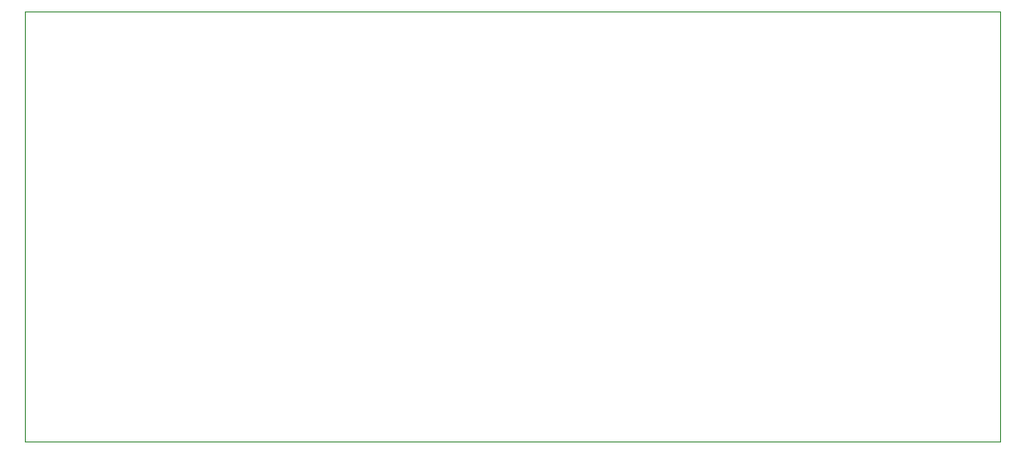
<source format=gm1>
G04 #@! TF.FileFunction,Profile,NP*
%FSLAX46Y46*%
G04 Gerber Fmt 4.6, Leading zero omitted, Abs format (unit mm)*
G04 Created by KiCad (PCBNEW 4.0.7) date Mon Mar 19 20:09:09 2018*
%MOMM*%
%LPD*%
G01*
G04 APERTURE LIST*
%ADD10C,0.100000*%
%ADD11C,0.020000*%
G04 APERTURE END LIST*
D10*
D11*
X105410000Y-73025000D02*
X191770000Y-73025000D01*
X105410000Y-111125000D02*
X191770000Y-111125000D01*
X105410000Y-73025000D02*
X105410000Y-111125000D01*
X191770000Y-73025000D02*
X191770000Y-111125000D01*
M02*

</source>
